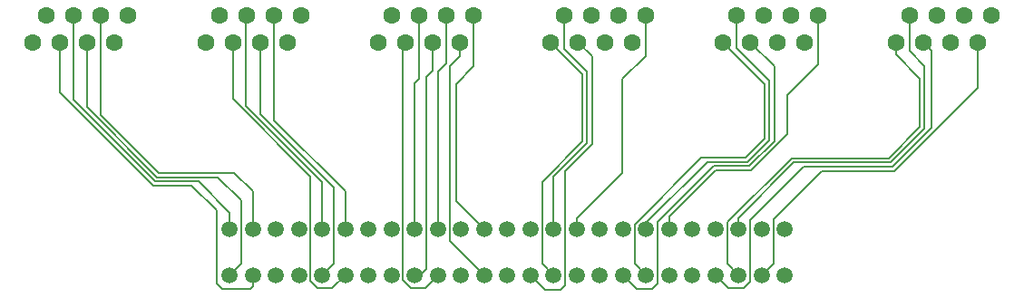
<source format=gbl>
G04 #@! TF.GenerationSoftware,KiCad,Pcbnew,8.0.1*
G04 #@! TF.CreationDate,2024-07-20T21:14:04+01:00*
G04 #@! TF.ProjectId,MICRO_TRUNK_6_MAIN,4d494352-4f5f-4545-9255-4e4b5f365f4d,rev?*
G04 #@! TF.SameCoordinates,Original*
G04 #@! TF.FileFunction,Copper,L2,Bot*
G04 #@! TF.FilePolarity,Positive*
%FSLAX46Y46*%
G04 Gerber Fmt 4.6, Leading zero omitted, Abs format (unit mm)*
G04 Created by KiCad (PCBNEW 8.0.1) date 2024-07-20 21:14:04*
%MOMM*%
%LPD*%
G01*
G04 APERTURE LIST*
G04 #@! TA.AperFunction,ComponentPad*
%ADD10C,1.600000*%
G04 #@! TD*
G04 #@! TA.AperFunction,ComponentPad*
%ADD11C,1.500000*%
G04 #@! TD*
G04 #@! TA.AperFunction,Conductor*
%ADD12C,0.200000*%
G04 #@! TD*
G04 APERTURE END LIST*
D10*
X132091116Y-83228957D03*
X133361113Y-80688964D03*
X134631117Y-83228957D03*
X135901114Y-80688964D03*
X137171118Y-83228957D03*
X138441115Y-80688964D03*
X139711119Y-83228957D03*
X140981120Y-80688964D03*
D11*
X118216119Y-100679962D03*
X120376119Y-100679962D03*
X122536119Y-100679962D03*
X124696119Y-100679962D03*
X126856119Y-100679962D03*
X129016119Y-100679962D03*
X131176119Y-100679962D03*
X133336119Y-100679962D03*
X135496119Y-100679962D03*
X137656119Y-100679962D03*
X139816119Y-100679962D03*
X141976119Y-100679962D03*
X144136119Y-100679962D03*
X146296119Y-100679962D03*
X148456119Y-100679962D03*
X150616119Y-100679962D03*
X152776119Y-100679962D03*
X154936119Y-100679962D03*
X157096119Y-100679962D03*
X159256119Y-100679962D03*
X161416119Y-100679962D03*
X163576119Y-100679962D03*
X165736119Y-100679962D03*
X167896119Y-100679962D03*
X170056119Y-100679962D03*
X118216119Y-104969962D03*
X120376119Y-104969962D03*
X122536119Y-104969962D03*
X124696119Y-104969962D03*
X126856119Y-104969962D03*
X129016119Y-104969962D03*
X131176119Y-104969962D03*
X133336119Y-104969962D03*
X135496119Y-104969962D03*
X137656119Y-104969962D03*
X139816119Y-104969962D03*
X141976119Y-104969962D03*
X144136119Y-104969962D03*
X146296119Y-104969962D03*
X148456119Y-104969962D03*
X150616119Y-104969962D03*
X152776119Y-104969962D03*
X154936119Y-104969962D03*
X157096119Y-104969962D03*
X159256119Y-104969962D03*
X161416119Y-104969962D03*
X163576119Y-104969962D03*
X165736119Y-104969962D03*
X167896119Y-104969962D03*
X170056119Y-104969962D03*
D10*
X180421119Y-83228957D03*
X181691116Y-80688964D03*
X182961120Y-83228957D03*
X184231117Y-80688964D03*
X185501121Y-83228957D03*
X186771118Y-80688964D03*
X188041122Y-83228957D03*
X189311123Y-80688964D03*
X164311116Y-83228957D03*
X165581113Y-80688964D03*
X166851117Y-83228957D03*
X168121114Y-80688964D03*
X169391118Y-83228957D03*
X170661115Y-80688964D03*
X171931119Y-83228957D03*
X173201120Y-80688964D03*
X115981116Y-83228957D03*
X117251113Y-80688964D03*
X118521117Y-83228957D03*
X119791114Y-80688964D03*
X121061118Y-83228957D03*
X122331115Y-80688964D03*
X123601119Y-83228957D03*
X124871120Y-80688964D03*
X148201116Y-83228957D03*
X149471113Y-80688964D03*
X150741117Y-83228957D03*
X152011114Y-80688964D03*
X153281118Y-83228957D03*
X154551115Y-80688964D03*
X155821119Y-83228957D03*
X157091120Y-80688964D03*
X99871116Y-83228957D03*
X101141113Y-80688964D03*
X102411117Y-83228957D03*
X103681114Y-80688964D03*
X104951118Y-83228957D03*
X106221115Y-80688964D03*
X107491119Y-83228957D03*
X108761120Y-80688964D03*
D12*
X117110937Y-95824962D02*
X119280937Y-97994962D01*
X119280937Y-103905144D02*
X118216119Y-104969962D01*
X104890937Y-83788956D02*
X104890937Y-89253590D01*
X105450936Y-83228957D02*
X104890937Y-83788956D01*
X119280937Y-103905144D02*
X119280937Y-97994962D01*
X104890937Y-89253590D02*
X111462309Y-95824962D01*
X111462309Y-95824962D02*
X117110937Y-95824962D01*
X118216119Y-104969962D02*
X118715937Y-104969962D01*
X111130937Y-96624962D02*
X114690937Y-96624962D01*
X102411117Y-87905142D02*
X111130937Y-96624962D01*
X120130937Y-106264962D02*
X120376119Y-106019780D01*
X102411117Y-83228957D02*
X102411117Y-87905142D01*
X116990937Y-105754962D02*
X117500937Y-106264962D01*
X117500937Y-106264962D02*
X120130937Y-106264962D01*
X116990937Y-98924962D02*
X116990937Y-105754962D01*
X114690937Y-96624962D02*
X116990937Y-98924962D01*
X120376119Y-106019780D02*
X120376119Y-104969962D01*
X118230937Y-100665144D02*
X118216119Y-100679962D01*
X118216119Y-99149120D02*
X118216119Y-100679962D01*
X103681114Y-80688964D02*
X103681114Y-88609453D01*
X111296623Y-96224962D02*
X115321597Y-96224962D01*
X118230937Y-99134302D02*
X118216119Y-99149120D01*
X103650937Y-81218959D02*
X104180932Y-80688964D01*
X103681114Y-88609453D02*
X111296623Y-96224962D01*
X115321597Y-96224962D02*
X118230937Y-99134302D01*
X106221115Y-80688964D02*
X106221115Y-90018082D01*
X120376119Y-97150144D02*
X120376119Y-100679962D01*
X118650937Y-95424962D02*
X120376119Y-97150144D01*
X111627995Y-95424962D02*
X118650937Y-95424962D01*
X106720933Y-80688964D02*
X106150937Y-81258960D01*
X106221115Y-90018082D02*
X111627995Y-95424962D01*
X126856119Y-96939780D02*
X126856119Y-100679962D01*
X120290932Y-80688964D02*
X119740937Y-81238959D01*
X119720937Y-80759141D02*
X119720937Y-89119277D01*
X126860937Y-96934962D02*
X126856119Y-96939780D01*
X119791114Y-80688964D02*
X119720937Y-80759141D01*
X126860937Y-96259277D02*
X126860937Y-96934962D01*
X119720937Y-89119277D02*
X126860937Y-96259277D01*
X129016119Y-97160144D02*
X129016119Y-100679962D01*
X122331115Y-90475140D02*
X129016119Y-97160144D01*
X122331115Y-80688964D02*
X122331115Y-90475140D01*
X122830933Y-80688964D02*
X122313237Y-81206660D01*
X127781119Y-106204962D02*
X129016119Y-104969962D01*
X125761004Y-95725029D02*
X125761004Y-105496062D01*
X118521117Y-83228957D02*
X118521117Y-88485142D01*
X118521117Y-88485142D02*
X125761004Y-95725029D01*
X126469904Y-106204962D02*
X127781119Y-106204962D01*
X118550937Y-83698955D02*
X119020935Y-83228957D01*
X125761004Y-105496062D02*
X126469904Y-106204962D01*
X127924496Y-103901585D02*
X126856119Y-104969962D01*
X127924496Y-96757151D02*
X127924496Y-103901585D01*
X121061118Y-89893773D02*
X127924496Y-96757151D01*
X121061118Y-83228957D02*
X121061118Y-89893773D01*
X136580937Y-86487904D02*
X137171118Y-85897723D01*
X137171118Y-85897723D02*
X137171118Y-83228957D01*
X135496119Y-104969962D02*
X135995937Y-104969962D01*
X135995937Y-104969962D02*
X136580937Y-104384962D01*
X137010937Y-83888956D02*
X137670936Y-83228957D01*
X136580937Y-104384962D02*
X136580937Y-86487904D01*
X134631117Y-83228957D02*
X134420937Y-83439137D01*
X134420937Y-83439137D02*
X134420937Y-105414962D01*
X136481119Y-106144962D02*
X137656119Y-104969962D01*
X134420937Y-105414962D02*
X135150937Y-106144962D01*
X134395485Y-83964407D02*
X135130935Y-83228957D01*
X135150937Y-106144962D02*
X136481119Y-106144962D01*
X137656119Y-100679962D02*
X137656119Y-85978408D01*
X137656119Y-85978408D02*
X138441115Y-85193412D01*
X138441115Y-85193412D02*
X138441115Y-80688964D01*
X138470937Y-81158960D02*
X138940933Y-80688964D01*
X138760937Y-85439276D02*
X138760937Y-101754780D01*
X139711119Y-84489094D02*
X138760937Y-85439276D01*
X139711119Y-83228957D02*
X139711119Y-84489094D01*
X138760937Y-101754780D02*
X141976119Y-104969962D01*
X140981120Y-80688964D02*
X140981120Y-85474779D01*
X139350937Y-87104962D02*
X139350937Y-98054780D01*
X139350937Y-98054780D02*
X141976119Y-100679962D01*
X140981120Y-85474779D02*
X139350937Y-87104962D01*
X135496119Y-100679962D02*
X135460937Y-100644780D01*
X135910937Y-81178959D02*
X136400932Y-80688964D01*
X135901114Y-86602042D02*
X135901114Y-80688964D01*
X135900937Y-100584962D02*
X135910937Y-100594962D01*
X135460937Y-100644780D02*
X135460937Y-87042219D01*
X135460937Y-87042219D02*
X135901114Y-86602042D01*
X151570937Y-85954962D02*
X151570937Y-92640647D01*
X149471113Y-83855138D02*
X151570937Y-85954962D01*
X148456119Y-95755465D02*
X148456119Y-100679962D01*
X149471113Y-80688964D02*
X149471113Y-83855138D01*
X149500937Y-81158958D02*
X149970931Y-80688964D01*
X151570937Y-92640647D02*
X148456119Y-95755465D01*
X157090937Y-84314962D02*
X157090937Y-84474962D01*
X150616119Y-99699780D02*
X150616119Y-100679962D01*
X154910937Y-86654962D02*
X154910937Y-95404962D01*
X157091120Y-80688964D02*
X157091120Y-84314779D01*
X157091120Y-84314779D02*
X157090937Y-84314962D01*
X154910937Y-95404962D02*
X150616119Y-99699780D01*
X157090937Y-84474962D02*
X154910937Y-86654962D01*
X149547435Y-105888464D02*
X149090937Y-106344962D01*
X149547435Y-95229834D02*
X149547435Y-105888464D01*
X150741117Y-83228957D02*
X152040934Y-84528774D01*
X152040934Y-84528774D02*
X152040934Y-92736335D01*
X152040934Y-92736335D02*
X149547435Y-95229834D01*
X147671119Y-106344962D02*
X146296119Y-104969962D01*
X149090937Y-106344962D02*
X147671119Y-106344962D01*
X151167121Y-86194962D02*
X151170937Y-86194962D01*
X147390937Y-103904780D02*
X148456119Y-104969962D01*
X151170937Y-86194962D02*
X151170937Y-92474962D01*
X151170937Y-92474962D02*
X147390937Y-96254962D01*
X148201116Y-83228957D02*
X151167121Y-86194962D01*
X148700934Y-83724959D02*
X148700934Y-83228957D01*
X147390937Y-96254962D02*
X147390937Y-103904780D01*
X170320937Y-88154962D02*
X170320937Y-91784962D01*
X173201120Y-80688964D02*
X173201120Y-85274779D01*
X159256119Y-99529780D02*
X159256119Y-100679962D01*
X173201120Y-85274779D02*
X170320937Y-88154962D01*
X163600937Y-95184962D02*
X159256119Y-99529780D01*
X170320937Y-91784962D02*
X166920937Y-95184962D01*
X166920937Y-95184962D02*
X163600937Y-95184962D01*
X169067618Y-85445458D02*
X166851117Y-83228957D01*
X158180937Y-100039276D02*
X163435251Y-94784962D01*
X156221119Y-106254962D02*
X157640937Y-106254962D01*
X154936119Y-104969962D02*
X156221119Y-106254962D01*
X158180937Y-105714962D02*
X158180937Y-100039276D01*
X157640937Y-106254962D02*
X158180937Y-105714962D01*
X166755251Y-94784962D02*
X169067618Y-92472595D01*
X163435251Y-94784962D02*
X166755251Y-94784962D01*
X169067618Y-92472595D02*
X169067618Y-85445458D01*
X168590937Y-86770764D02*
X168590937Y-92383590D01*
X166589565Y-94384962D02*
X162830277Y-94384962D01*
X157096119Y-100119120D02*
X157096119Y-100679962D01*
X168590937Y-92383590D02*
X166589565Y-94384962D01*
X165581113Y-80688964D02*
X165581113Y-83760940D01*
X165581113Y-83760940D02*
X168590937Y-86770764D01*
X165648026Y-81121869D02*
X166080931Y-80688964D01*
X162830277Y-94384962D02*
X157096119Y-100119120D01*
X168190937Y-87102387D02*
X168190937Y-92217904D01*
X168184546Y-87102387D02*
X168190937Y-87102387D01*
X156042189Y-100210985D02*
X156042189Y-103916032D01*
X166423879Y-93984962D02*
X162268212Y-93984962D01*
X156042189Y-103916032D02*
X157096119Y-104969962D01*
X162268212Y-93984962D02*
X156042189Y-100210985D01*
X164311116Y-83228957D02*
X168184546Y-87102387D01*
X168190937Y-92217904D02*
X166423879Y-93984962D01*
X164810934Y-83722384D02*
X164810934Y-83228957D01*
X180421119Y-83228957D02*
X180421119Y-84360327D01*
X182660938Y-91147903D02*
X179763879Y-94044962D01*
X180421119Y-84360327D02*
X182660938Y-86600146D01*
X170670937Y-94044962D02*
X164682860Y-100033039D01*
X164682860Y-103916703D02*
X165736119Y-104969962D01*
X164682860Y-100033039D02*
X164682860Y-103916703D01*
X182660938Y-86600146D02*
X182660938Y-91147903D01*
X179763879Y-94044962D02*
X170670937Y-94044962D01*
X179929565Y-94444962D02*
X170910459Y-94444962D01*
X165736119Y-99619302D02*
X165736119Y-100679962D01*
X183060938Y-91313589D02*
X179929565Y-94444962D01*
X182190934Y-80688964D02*
X181680937Y-81198961D01*
X183060938Y-85404963D02*
X183060938Y-91313589D01*
X181691116Y-80688964D02*
X181691116Y-84035141D01*
X170910459Y-94444962D02*
X165736119Y-99619302D01*
X181691116Y-84035141D02*
X183060938Y-85404963D01*
X166810937Y-99861407D02*
X166810937Y-105604962D01*
X183761119Y-91179094D02*
X180095251Y-94844962D01*
X164791119Y-106184962D02*
X163576119Y-104969962D01*
X180095251Y-94844962D02*
X171827382Y-94844962D01*
X183761119Y-84028956D02*
X183761119Y-91179094D01*
X171827382Y-94844962D02*
X166810937Y-99861407D01*
X166230937Y-106184962D02*
X164791119Y-106184962D01*
X182961120Y-83228957D02*
X183761119Y-84028956D01*
X166810937Y-105604962D02*
X166230937Y-106184962D01*
X168990937Y-99734962D02*
X173480937Y-95244962D01*
X180260937Y-95244962D02*
X188041122Y-87464777D01*
X168990937Y-103875144D02*
X168990937Y-99734962D01*
X188041122Y-87464777D02*
X188041122Y-83228957D01*
X167896119Y-104969962D02*
X168990937Y-103875144D01*
X173480937Y-95244962D02*
X180260937Y-95244962D01*
M02*

</source>
